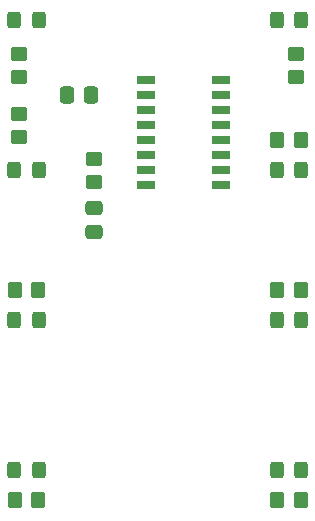
<source format=gbr>
G04 #@! TF.GenerationSoftware,KiCad,Pcbnew,6.0.11-2627ca5db0~126~ubuntu22.04.1*
G04 #@! TF.CreationDate,2023-12-06T10:13:38+01:00*
G04 #@! TF.ProjectId,pushbutton8,70757368-6275-4747-946f-6e382e6b6963,3*
G04 #@! TF.SameCoordinates,PX6657f38PY8eeaea0*
G04 #@! TF.FileFunction,Paste,Top*
G04 #@! TF.FilePolarity,Positive*
%FSLAX46Y46*%
G04 Gerber Fmt 4.6, Leading zero omitted, Abs format (unit mm)*
G04 Created by KiCad (PCBNEW 6.0.11-2627ca5db0~126~ubuntu22.04.1) date 2023-12-06 10:13:38*
%MOMM*%
%LPD*%
G01*
G04 APERTURE LIST*
G04 Aperture macros list*
%AMRoundRect*
0 Rectangle with rounded corners*
0 $1 Rounding radius*
0 $2 $3 $4 $5 $6 $7 $8 $9 X,Y pos of 4 corners*
0 Add a 4 corners polygon primitive as box body*
4,1,4,$2,$3,$4,$5,$6,$7,$8,$9,$2,$3,0*
0 Add four circle primitives for the rounded corners*
1,1,$1+$1,$2,$3*
1,1,$1+$1,$4,$5*
1,1,$1+$1,$6,$7*
1,1,$1+$1,$8,$9*
0 Add four rect primitives between the rounded corners*
20,1,$1+$1,$2,$3,$4,$5,0*
20,1,$1+$1,$4,$5,$6,$7,0*
20,1,$1+$1,$6,$7,$8,$9,0*
20,1,$1+$1,$8,$9,$2,$3,0*%
G04 Aperture macros list end*
%ADD10RoundRect,0.250000X-0.475000X0.337500X-0.475000X-0.337500X0.475000X-0.337500X0.475000X0.337500X0*%
%ADD11RoundRect,0.250000X0.337500X0.475000X-0.337500X0.475000X-0.337500X-0.475000X0.337500X-0.475000X0*%
%ADD12RoundRect,0.250000X0.325000X0.450000X-0.325000X0.450000X-0.325000X-0.450000X0.325000X-0.450000X0*%
%ADD13RoundRect,0.250000X-0.325000X-0.450000X0.325000X-0.450000X0.325000X0.450000X-0.325000X0.450000X0*%
%ADD14RoundRect,0.250000X-0.450000X0.350000X-0.450000X-0.350000X0.450000X-0.350000X0.450000X0.350000X0*%
%ADD15RoundRect,0.250000X0.450000X-0.350000X0.450000X0.350000X-0.450000X0.350000X-0.450000X-0.350000X0*%
%ADD16RoundRect,0.250000X-0.350000X-0.450000X0.350000X-0.450000X0.350000X0.450000X-0.350000X0.450000X0*%
%ADD17RoundRect,0.250000X0.350000X0.450000X-0.350000X0.450000X-0.350000X-0.450000X0.350000X-0.450000X0*%
%ADD18R,1.500000X0.762000*%
G04 APERTURE END LIST*
D10*
X14605000Y25400000D03*
X14605000Y23325000D03*
D11*
X14372500Y34925000D03*
X12297500Y34925000D03*
D12*
X9915000Y41275000D03*
X7865000Y41275000D03*
X9915000Y28575000D03*
X7865000Y28575000D03*
X9915000Y15875000D03*
X7865000Y15875000D03*
X9915000Y3175000D03*
X7865000Y3175000D03*
D13*
X30090000Y41275000D03*
X32140000Y41275000D03*
X30090000Y28575000D03*
X32140000Y28575000D03*
X30090000Y15875000D03*
X32140000Y15875000D03*
D12*
X32140000Y3175000D03*
X30090000Y3175000D03*
D14*
X8255000Y38465000D03*
X8255000Y36465000D03*
D15*
X8255000Y31385000D03*
X8255000Y33385000D03*
D16*
X7890000Y18415000D03*
X9890000Y18415000D03*
X7890000Y635000D03*
X9890000Y635000D03*
D14*
X31750000Y38465000D03*
X31750000Y36465000D03*
D17*
X32115000Y31115000D03*
X30115000Y31115000D03*
X32115000Y18415000D03*
X30115000Y18415000D03*
D16*
X30115000Y635000D03*
X32115000Y635000D03*
D15*
X14605000Y27575000D03*
X14605000Y29575000D03*
D18*
X25400000Y27305000D03*
X25400000Y28575000D03*
X25400000Y29845000D03*
X25400000Y31115000D03*
X25400000Y32385000D03*
X25400000Y33655000D03*
X25400000Y34925000D03*
X25400000Y36195000D03*
X19050000Y36195000D03*
X19050000Y34925000D03*
X19050000Y33655000D03*
X19050000Y32385000D03*
X19050000Y31115000D03*
X19050000Y29845000D03*
X19050000Y28575000D03*
X19050000Y27305000D03*
M02*

</source>
